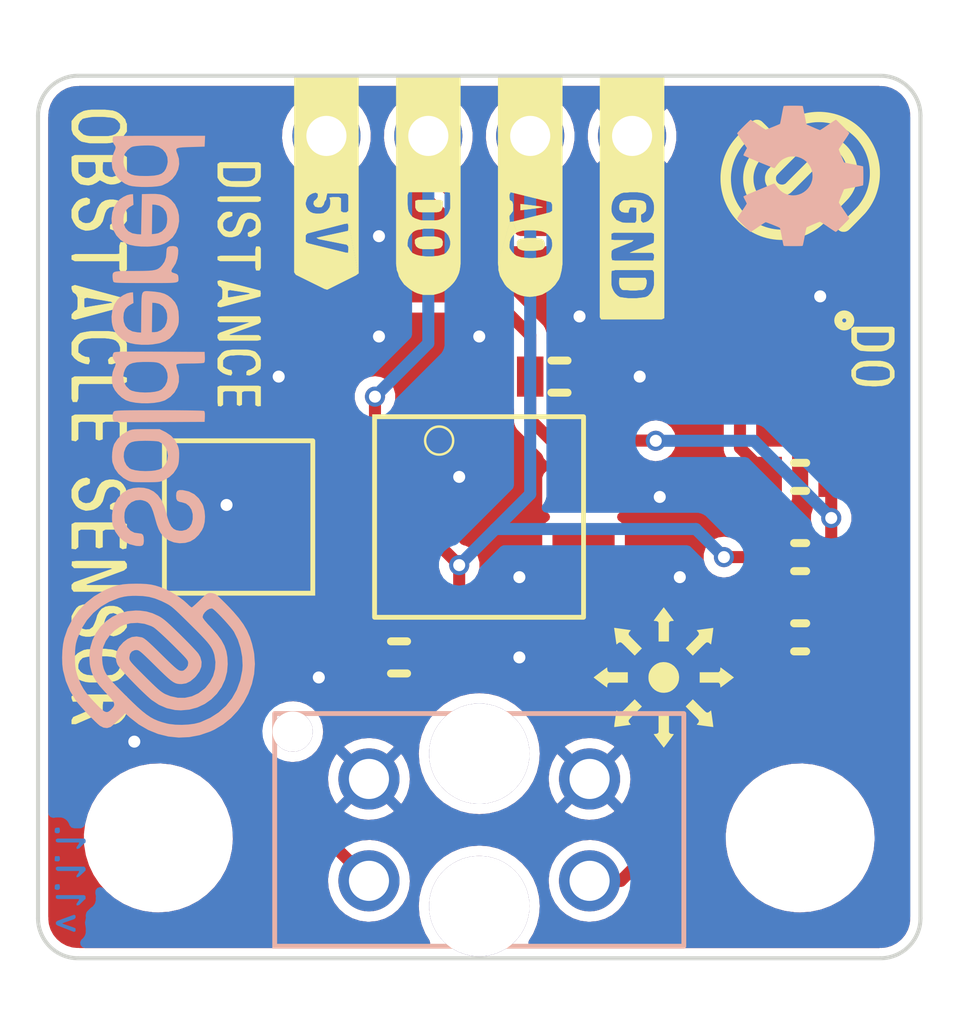
<source format=kicad_pcb>
(kicad_pcb (version 20210623) (generator pcbnew)
  (title_block (title "Obstacle sensor TCRT5000L") (date "2021-06-30") (rev "V1.1.1.") (company "SOLDERED") (comment 1 "333012"))
  (layers (0 "F.Cu" signal) (31 "B.Cu" signal) (34 "B.Paste" user) (35 "F.Paste" user) (36 "B.SilkS" user "B.Silkscreen") (37 "F.SilkS" user "F.Silkscreen") (38 "B.Mask" user) (39 "F.Mask" user) (44 "Edge.Cuts" user))
  (net 0 "")
  (net 1 "A0")
  (net 2 "GND")
  (net 3 "5V")
  (net 4 "Net-(D1-Pad1)")
  (net 5 "D0")
  (net 6 "Net-(R1-Pad1)")
  (net 7 "POT")
  (footprint "e-radionica.com footprinti:0603R" (layer "F.Cu") (at 109.2 119)
    (fp_text reference "R4")
    (fp_text value "10k")
    (pad "1" smd rect locked (at -0.775 0 90) (size 1 0.64) (layers "F.Cu" "F.Paste" "F.Mask") (net 5 "D0"))
    (pad "2" smd rect locked (at 0.775 0 90) (size 1 0.64) (layers "F.Cu" "F.Paste" "F.Mask") (net 3 "5V"))
  )
  (footprint "e-radionica.com footprinti:0603C" (layer "F.Cu") (at 99.2 123.5)
    (fp_text reference "C1")
    (fp_text value "100n")
    (pad "1" smd rect locked (at -0.73 0) (size 0.66 1) (layers "F.Cu" "F.Paste" "F.Mask") (net 2 "GND"))
    (pad "2" smd rect locked (at 0.73 0) (size 0.66 1) (layers "F.Cu" "F.Paste" "F.Mask") (net 1 "A0"))
  )
  (footprint "Soldered Graphics:Logo-Back-SolderedFULL-15mm" (layer "F.Cu") (at 93.2 118 -90)
    (fp_text reference "REF**" hide)
    (fp_text value "Logo-Front-SolderedFULL-15mm" hide)
  )
  (footprint "buzzardLabel" (layer "F.Cu") (at 99.93 108.6 -90)
    (fp_text reference "" (at 0 0 90) (layer "F.SilkS") (effects (font (size 1.27 1.27))))
    (fp_text value "" (at 0 0 90) (layer "F.SilkS") (effects (font (size 1.27 1.27))))
  )
  (footprint "e-radionica.com footprinti:0603R" (layer "F.Cu") (at 109.2 121)
    (fp_text reference "R3")
    (fp_text value "10k")
    (pad "1" smd rect locked (at -0.775 0 90) (size 1 0.64) (layers "F.Cu" "F.Paste" "F.Mask") (net 1 "A0"))
    (pad "2" smd rect locked (at 0.775 0 90) (size 1 0.64) (layers "F.Cu" "F.Paste" "F.Mask") (net 3 "5V"))
  )
  (footprint "buzzardLabel" (layer "F.Cu") (at 95.2 114.2 -90)
    (fp_text reference "" (at 0 0 90) (layer "F.SilkS") (effects (font (size 1.27 1.27))))
    (fp_text value "" (at 0 0 90) (layer "F.SilkS") (effects (font (size 1.27 1.27))))
  )
  (footprint "e-radionica.com footprinti:HOLE_3.2mm" (layer "F.Cu") (at 109.2 128 -90)
    (fp_text reference "H2" hide)
    (fp_text value "HOLE_3.2mm" hide)
    (pad "" np_thru_hole circle locked (at 0 0 270) (size 3.2 3.2) (drill 3.2) (layers F&B.Cu *.Mask))
  )
  (footprint "e-radionica.com footprinti:0402R" (layer "F.Cu") (at 107.7 116 90)
    (fp_text reference "R5")
    (fp_text value "2k2")
    (pad "1" smd rect locked (at -0.5 0 180) (size 0.64 0.54) (layers "F.Cu" "F.Paste" "F.Mask") (net 5 "D0"))
    (pad "2" smd rect locked (at 0.5 0 180) (size 0.64 0.54) (layers "F.Cu" "F.Paste" "F.Mask") (net 4 "Net-(D1-Pad1)"))
  )
  (footprint "buzzardLabel" (layer "F.Cu") (at 111 116 -90)
    (fp_text reference "" (at 0 0 90) (layer "F.SilkS") (effects (font (size 1.27 1.27))))
    (fp_text value "" (at 0 0 90) (layer "F.SilkS") (effects (font (size 1.27 1.27))))
  )
  (footprint "Soldered Graphics:Logo-Back-OSH-3.5mm" (layer "F.Cu") (at 109.2 111.5 -90)
    (fp_text reference "G***" hide)
    (fp_text value "LOGO" hide)
  )
  (footprint "e-radionica.com footprinti:FIDUCIAL_23" (layer "F.Cu") (at 93.9 124 -90)
    (fp_text reference "FD1")
    (fp_text value "FIDUCIAL")
    (fp_circle (center 0 0) (end 1 0) (layer "F.Cu") (width 0.2) (fill none))
    (pad "1" smd circle (at 0 0 270) (size 1 1) (layers "F.Cu" "F.Paste" "F.Mask") (clearance 1.1))
  )
  (footprint "e-radionica.com footprinti:tc33x-2-103e" (layer "F.Cu") (at 95.2 120 180)
    (fp_text reference "R2")
    (fp_text value "tc33x-2-103e")
    (pad "1" smd rect locked (at -1 1.8 180) (size 1.2 1.2) (layers "F.Cu" "F.Paste" "F.Mask") (net 3 "5V"))
    (pad "2" smd rect locked (at 0 -1.45 180) (size 1.6 1.5) (layers "F.Cu" "F.Paste" "F.Mask") (net 7 "POT"))
    (pad "3" smd rect locked (at 1 1.8 180) (size 1.2 1.2) (layers "F.Cu" "F.Paste" "F.Mask") (net 2 "GND"))
  )
  (footprint "buzzardLabel" (layer "F.Cu") (at 102.47 108.6 -90)
    (fp_text reference "" (at 0 0 90) (layer "F.SilkS") (effects (font (size 1.27 1.27))))
    (fp_text value "" (at 0 0 90) (layer "F.SilkS") (effects (font (size 1.27 1.27))))
  )
  (footprint "buzzardLabel" (layer "F.Cu") (at 105.01 108.6 -90)
    (fp_text reference "" (at 0 0 90) (layer "F.SilkS") (effects (font (size 1.27 1.27))))
    (fp_text value "" (at 0 0 90) (layer "F.SilkS") (effects (font (size 1.27 1.27))))
  )
  (footprint "e-radionica.com footprinti:0603R" (layer "F.Cu") (at 109.2 123)
    (fp_text reference "R1")
    (fp_text value "300R")
    (pad "1" smd rect locked (at -0.775 0 90) (size 1 0.64) (layers "F.Cu" "F.Paste" "F.Mask") (net 6 "Net-(R1-Pad1)"))
    (pad "2" smd rect locked (at 0.775 0 90) (size 1 0.64) (layers "F.Cu" "F.Paste" "F.Mask") (net 3 "5V"))
  )
  (footprint "e-radionica.com footprinti:HOLE_3.2mm" (layer "F.Cu") (at 93.2 128 -90)
    (fp_text reference "H1" hide)
    (fp_text value "HOLE_3.2mm" hide)
    (pad "" np_thru_hole circle locked (at 0 0 270) (size 3.2 3.2) (drill 3.2) (layers F&B.Cu *.Mask))
  )
  (footprint "buzzardLabel" (layer "F.Cu") (at 91.7 117.5 -90)
    (fp_text reference "" (at 0 0 90) (layer "F.SilkS") (effects (font (size 1.27 1.27))))
    (fp_text value "" (at 0 0 90) (layer "F.SilkS") (effects (font (size 1.27 1.27))))
  )
  (footprint "e-radionica.com footprinti:SOIC−8" (layer "F.Cu") (at 101.2 120)
    (fp_text reference "U2")
    (fp_text value "LM393")
    (pad "1" smd rect locked (at -2.7 -1.905) (size 1.55 0.6) (layers "F.Cu" "F.Paste" "F.Mask") (net 5 "D0"))
    (pad "2" smd rect locked (at -2.6 -0.635) (size 1.55 0.6) (layers "F.Cu" "F.Paste" "F.Mask") (net 7 "POT"))
    (pad "3" smd rect locked (at -2.6 0.635) (size 1.55 0.6) (layers "F.Cu" "F.Paste" "F.Mask") (net 1 "A0"))
    (pad "4" smd rect locked (at -2.6 1.905) (size 1.55 0.6) (layers "F.Cu" "F.Paste" "F.Mask") (net 2 "GND"))
    (pad "5" smd rect locked (at 2.6 1.905) (size 1.55 0.6) (layers "F.Cu" "F.Paste" "F.Mask"))
    (pad "6" smd rect locked (at 2.6 0.635) (size 1.55 0.6) (layers "F.Cu" "F.Paste" "F.Mask"))
    (pad "7" smd rect locked (at 2.6 -0.635) (size 1.55 0.6) (layers "F.Cu" "F.Paste" "F.Mask"))
    (pad "8" smd rect locked (at 2.6 -1.905) (size 1.55 0.6) (layers "F.Cu" "F.Paste" "F.Mask") (net 3 "5V"))
  )
  (footprint "Soldered Graphics:Logo-Front-Soldered-4mm" (layer "F.Cu") (at 109.2 111.5 -90)
    (fp_text reference "G***" hide)
    (fp_text value "LOGO" hide)
  )
  (footprint "e-radionica.com footprinti:0603C" (layer "F.Cu") (at 103.2 116.5 180)
    (fp_text reference "C2")
    (fp_text value "100n")
    (pad "1" smd rect locked (at -0.73 0 180) (size 0.66 1) (layers "F.Cu" "F.Paste" "F.Mask") (net 2 "GND"))
    (pad "2" smd rect locked (at 0.73 0 180) (size 0.66 1) (layers "F.Cu" "F.Paste" "F.Mask") (net 3 "5V"))
  )
  (footprint "Soldered Graphics:Symbol-Front-Movement" (layer "F.Cu") (at 105.8 124 -90)
    (fp_text reference "G***" hide)
    (fp_text value "LOGO" hide)
  )
  (footprint "buzzardLabel" (layer "F.Cu") (at 97.39 108.6 -90)
    (fp_text reference "" (at 0 0 90) (layer "F.SilkS") (effects (font (size 1.27 1.27))))
    (fp_text value "" (at 0 0 90) (layer "F.SilkS") (effects (font (size 1.27 1.27))))
  )
  (footprint "e-radionica.com footprinti:0402LED" (layer "F.Cu") (at 109.7 116 90)
    (fp_text reference "D1")
    (fp_text value "purple")
    (pad "1" smd rect locked (at -0.55 0 180) (size 0.75 0.45) (layers "F.Cu" "F.Paste" "F.Mask") (net 4 "Net-(D1-Pad1)"))
    (pad "2" smd rect locked (at 0.55 0 180) (size 0.75 0.45) (layers "F.Cu" "F.Paste" "F.Mask") (net 2 "GND"))
  )
  (footprint "e-radionica.com footprinti:TCRT5000L" (layer "B.Cu") (at 101.2 127.8)
    (fp_text reference "U1")
    (fp_text value "tcrt5000L")
    (pad "" thru_hole circle (at 0 1.9) (size 2.5 2.5) (drill 2.5) (layers *.Cu *.Mask))
    (pad "" thru_hole circle (at -4.65 -2.45) (size 1 1) (drill 1) (layers *.Cu *.Mask))
    (pad "" thru_hole circle (at 0 -1.9) (size 2.5 2.5) (drill 2.5) (layers *.Cu *.Mask))
    (pad "A" thru_hole circle (at 2.75 1.27) (size 1.524 1.524) (drill 1) (layers *.Cu *.Mask) (net 6 "Net-(R1-Pad1)"))
    (pad "Cath" thru_hole circle (at 2.75 -1.27) (size 1.524 1.524) (drill 1) (layers *.Cu *.Mask) (net 2 "GND"))
    (pad "Coll" thru_hole circle (at -2.75 1.27) (size 1.524 1.524) (drill 1) (layers *.Cu *.Mask) (net 1 "A0"))
    (pad "E" thru_hole circle (at -2.75 -1.27) (size 1.524 1.524) (drill 1) (layers *.Cu *.Mask) (net 2 "GND"))
  )
  (footprint "Soldered Graphics:Version1.1.1." (layer "B.Cu") (at 91 129 90)
    (fp_text reference "REF**" hide)
    (fp_text value "Version1.1.1." hide)
    (fp_poly (pts (xy 1.14 -0.38) (xy 1.19 -0.38) (xy 1.24 -0.37) (xy 1.25 -0.33) (xy 1.25 -0.27) (xy 1.2 -0.26) (xy 1.15 -0.26) (xy 1.12 -0.29) (xy 1.12 -0.34) (xy 1.14 -0.38)) (layer "B.Cu") (width 0.01) (fill solid))
    (fp_poly (pts (xy 0.21 -0.35) (xy 0.26 -0.35) (xy 0.28 -0.31) (xy 0.28 0.35) (xy 0.24 0.38) (xy 0.19 0.38) (xy 0.15 0.34) (xy 0.04 0.22) (xy 0.02 0.17) (xy 0.05 0.16) (xy 0.14 0.22) (xy 0.18 0.23) (xy 0.18 -0.31) (xy 0.21 -0.35)) (layer "B.Cu") (width 0.01) (fill solid))
    (fp_poly (pts (xy -1.15 -0.35) (xy -1.1 -0.35) (xy -1.07 -0.31) (xy -0.92 0.1) (xy -0.94 0.13) (xy -0.99 0.13) (xy -1.02 0.1) (xy -1.11 -0.16) (xy -1.13 -0.21) (xy -1.15 -0.17) (xy -1.24 0.09) (xy -1.26 0.13) (xy -1.32 0.13) (xy -1.34 0.1) (xy -1.18 -0.31) (xy -1.15 -0.35)) (layer "B.Cu") (width 0.01) (fill solid))
    (fp_poly (pts (xy 0.91 -0.35) (xy 0.96 -0.35) (xy 0.98 -0.31) (xy 0.98 0.35) (xy 0.95 0.38) (xy 0.89 0.38) (xy 0.86 0.34) (xy 0.74 0.22) (xy 0.73 0.17) (xy 0.76 0.16) (xy 0.85 0.22) (xy 0.89 0.23) (xy 0.89 -0.31) (xy 0.91 -0.35)) (layer "B.Cu") (width 0.01) (fill solid))
    (fp_poly (pts (xy 0.43 -0.38) (xy 0.48 -0.38) (xy 0.54 -0.37) (xy 0.54 -0.33) (xy 0.54 -0.27) (xy 0.5 -0.26) (xy 0.45 -0.26) (xy 0.42 -0.29) (xy 0.42 -0.34) (xy 0.43 -0.38)) (layer "B.Cu") (width 0.01) (fill solid))
    (fp_poly (pts (xy -0.27 -0.38) (xy -0.22 -0.38) (xy -0.17 -0.37) (xy -0.16 -0.33) (xy -0.16 -0.27) (xy -0.21 -0.26) (xy -0.26 -0.26) (xy -0.29 -0.29) (xy -0.29 -0.34) (xy -0.27 -0.38)) (layer "B.Cu") (width 0.01) (fill solid))
    (fp_poly (pts (xy -0.5 -0.35) (xy -0.44 -0.35) (xy -0.43 -0.31) (xy -0.43 0.35) (xy -0.46 0.38) (xy -0.52 0.38) (xy -0.55 0.34) (xy -0.67 0.22) (xy -0.68 0.17) (xy -0.65 0.16) (xy -0.56 0.22) (xy -0.52 0.23) (xy -0.52 -0.31) (xy -0.5 -0.35)) (layer "B.Cu") (width 0.01) (fill solid))
  )
  (footprint "e-radionica.com footprinti:HEADER_MALE_4X1" (layer "B.Cu") (at 101.2 110.5 180)
    (fp_text reference "K1")
    (fp_text value "HEADER_MALE_4X1")
    (pad "1" thru_hole circle locked (at -3.81 0 180) (size 1.7 1.7) (drill 1) (layers *.Cu *.Mask) (net 2 "GND"))
    (pad "2" thru_hole circle locked (at -1.27 0 180) (size 1.7 1.7) (drill 1) (layers *.Cu *.Mask) (net 1 "A0"))
    (pad "3" thru_hole circle locked (at 1.27 0 180) (size 1.7 1.7) (drill 1) (layers *.Cu *.Mask) (net 5 "D0"))
    (pad "4" thru_hole circle locked (at 3.81 0 180) (size 1.7 1.7) (drill 1) (layers *.Cu *.Mask) (net 3 "5V"))
  )
  (gr_arc (start 111.2 110) (end 112.2 110) (angle -90) (layer "Edge.Cuts") (width 0.1))
  (gr_arc (start 91.2 130) (end 90.2 130) (angle -90) (layer "Edge.Cuts") (width 0.1))
  (gr_line (start 112.2 130) (end 112.2 110) (layer "Edge.Cuts") (width 0.1))
  (gr_line (start 90.2 110) (end 90.2 130) (layer "Edge.Cuts") (width 0.1))
  (gr_arc (start 111.2 130) (end 112.2 130) (angle 90) (layer "Edge.Cuts") (width 0.1))
  (gr_arc (start 91.2 110) (end 90.2 110) (angle 90) (layer "Edge.Cuts") (width 0.1))
  (gr_line (start 91.2 131) (end 111.2 131) (layer "Edge.Cuts") (width 0.1))
  (gr_line (start 111.2 109) (end 91.2 109) (layer "Edge.Cuts") (width 0.1))
  (segment (start 100.7 121.2) (end 100.1 120.6) (width 0.3) (layer "F.Cu") (net 1))
  (segment (start 100.7 121.2) (end 100.7 122.73) (width 0.3) (layer "F.Cu") (net 1))
  (segment (start 98.45 129.07) (end 95.3 125.92) (width 0.3) (layer "F.Cu") (net 1))
  (segment (start 95.3 125.92) (end 95.3 125.074183) (width 0.3) (layer "F.Cu") (net 1))
  (segment (start 95.649511 124.724672) (end 95.649511 123.750489) (width 0.3) (layer "F.Cu") (net 1))
  (segment (start 98.635 120.6) (end 98.6 120.635) (width 0.3) (layer "F.Cu") (net 1))
  (segment (start 100.1 120.6) (end 98.635 120.6) (width 0.3) (layer "F.Cu") (net 1))
  (segment (start 96.8 122.6) (end 96.8 121.3) (width 0.3) (layer "F.Cu") (net 1))
  (segment (start 96.8 121.3) (end 97.465 120.635) (width 0.3) (layer "F.Cu") (net 1))
  (segment (start 107.3 121) (end 108.425 121) (width 0.3) (layer "F.Cu") (net 1))
  (segment (start 95.649511 123.750489) (end 96.8 122.6) (width 0.3) (layer "F.Cu") (net 1))
  (segment (start 95.3 125.074183) (end 95.649511 124.724672) (width 0.3) (layer "F.Cu") (net 1))
  (segment (start 100.7 122.73) (end 99.93 123.5) (width 0.3) (layer "F.Cu") (net 1))
  (segment (start 97.465 120.635) (end 98.6 120.635) (width 0.3) (layer "F.Cu") (net 1))
  (via (at 107.3 121) (size 0.5) (drill 0.3) (layers "F.Cu" "B.Cu") (net 1))
  (via (at 100.7 121.2) (size 0.5) (drill 0.3) (layers "F.Cu" "B.Cu") (net 1))
  (segment (start 102.47 119.43) (end 102.47 110.5) (width 0.3) (layer "B.Cu") (net 1))
  (segment (start 101.6 120.3) (end 106.6 120.3) (width 0.3) (layer "B.Cu") (net 1))
  (segment (start 100.7 121.2) (end 101.6 120.3) (width 0.3) (layer "B.Cu") (net 1))
  (segment (start 106.6 120.3) (end 107.3 121) (width 0.3) (layer "B.Cu") (net 1))
  (segment (start 101.6 120.3) (end 102.47 119.43) (width 0.3) (layer "B.Cu") (net 1))
  (via (at 101.2 115.5) (size 0.5) (drill 0.3) (layers "F.Cu" "B.Cu") (net 2))
  (via (at 109.7 114.5) (size 0.5) (drill 0.3) (layers "F.Cu" "B.Cu") (net 2))
  (via (at 97.2 124) (size 0.5) (drill 0.3) (layers "F.Cu" "B.Cu") (net 2))
  (via (at 100.7 119) (size 0.5) (drill 0.3) (layers "F.Cu" "B.Cu") (net 2))
  (via (at 102.2 123.5) (size 0.5) (drill 0.3) (layers "F.Cu" "B.Cu") (net 2))
  (via (at 96.2 116.5) (size 0.5) (drill 0.3) (layers "F.Cu" "B.Cu") (net 2))
  (via (at 102.2 121.5) (size 0.5) (drill 0.3) (layers "F.Cu" "B.Cu") (net 2))
  (via (at 98.7 113) (size 0.5) (drill 0.3) (layers "F.Cu" "B.Cu") (net 2))
  (via (at 106.2 121.5) (size 0.5) (drill 0.3) (layers "F.Cu" "B.Cu") (net 2))
  (via (at 98.7 115.5) (size 0.5) (drill 0.3) (layers "F.Cu" "B.Cu") (net 2))
  (via (at 92.6 125.6) (size 0.5) (drill 0.3) (layers "F.Cu" "B.Cu") (net 2))
  (via (at 103.7 115) (size 0.5) (drill 0.3) (layers "F.Cu" "B.Cu") (net 2))
  (via (at 105.2 116.5) (size 0.5) (drill 0.3) (layers "F.Cu" "B.Cu") (net 2))
  (via (at 105.7 119.5) (size 0.5) (drill 0.3) (layers "F.Cu" "B.Cu") (net 2))
  (via (at 94.9 119.7) (size 0.5) (drill 0.3) (layers "F.Cu" "B.Cu") (net 2))
  (segment (start 103.8 118.095) (end 105.595 118.095) (width 0.3) (layer "F.Cu") (net 3))
  (segment (start 105.595 118.095) (end 105.6 118.1) (width 0.3) (layer "F.Cu") (net 3))
  (segment (start 98.08 114.5) (end 97.39 113.81) (width 0.3) (layer "F.Cu") (net 3))
  (segment (start 103.795 118.1) (end 103.8 118.095) (width 0.3) (layer "F.Cu") (net 3))
  (segment (start 102.47 116.5) (end 102.47 117.57) (width 0.3) (layer "F.Cu") (net 3))
  (segment (start 109.975 121) (end 109.975 123) (width 0.3) (layer "F.Cu") (net 3))
  (segment (start 109.975 119) (end 109.975 120.025) (width 0.3) (layer "F.Cu") (net 3))
  (segment (start 109.975 120.025) (end 109.975 121) (width 0.3) (layer "F.Cu") (net 3))
  (segment (start 97.39 113.81) (end 97.39 117.01) (width 0.3) (layer "F.Cu") (net 3))
  (segment (start 102.47 115.47) (end 101.5 114.5) (width 0.3) (layer "F.Cu") (net 3))
  (segment (start 102.47 117.57) (end 103 118.1) (width 0.3) (layer "F.Cu") (net 3))
  (segment (start 97.39 110.5) (end 97.39 113.81) (width 0.3) (layer "F.Cu") (net 3))
  (segment (start 103 118.1) (end 103.795 118.1) (width 0.3) (layer "F.Cu") (net 3))
  (segment (start 102.47 116.5) (end 102.47 115.47) (width 0.3) (layer "F.Cu") (net 3))
  (segment (start 101.5 114.5) (end 98.08 114.5) (width 0.3) (layer "F.Cu") (net 3))
  (segment (start 97.39 117.01) (end 96.2 118.2) (width 0.3) (layer "F.Cu") (net 3))
  (via (at 109.975 120.025) (size 0.5) (drill 0.3) (layers "F.Cu" "B.Cu") (net 3))
  (via (at 105.6 118.1) (size 0.5) (drill 0.3) (layers "F.Cu" "B.Cu") (net 3))
  (segment (start 108.05 118.1) (end 109.975 120.025) (width 0.3) (layer "B.Cu") (net 3))
  (segment (start 105.6 118.1) (end 108.05 118.1) (width 0.3) (layer "B.Cu") (net 3))
  (segment (start 107.7 115.5) (end 108.3 115.5) (width 0.3) (layer "F.Cu") (net 4))
  (segment (start 108.3 115.5) (end 109.35 116.55) (width 0.3) (layer "F.Cu") (net 4))
  (segment (start 109.35 116.55) (end 109.7 116.55) (width 0.3) (layer "F.Cu") (net 4))
  (segment (start 102 113.4) (end 103.5 113.4) (width 0.3) (layer "F.Cu") (net 5))
  (segment (start 99.93 111.33) (end 102 113.4) (width 0.3) (layer "F.Cu") (net 5))
  (segment (start 107.7 118.275) (end 108.425 119) (width 0.3) (layer "F.Cu") (net 5))
  (segment (start 98.6 117.995) (end 98.5 118.095) (width 0.3) (layer "F.Cu") (net 5))
  (segment (start 98.6 117) (end 98.6 117.995) (width 0.3) (layer "F.Cu") (net 5))
  (segment (start 99.93 110.5) (end 99.93 111.33) (width 0.3) (layer "F.Cu") (net 5))
  (segment (start 103.5 113.4) (end 106.6 116.5) (width 0.3) (layer "F.Cu") (net 5))
  (segment (start 106.6 116.5) (end 107.7 116.5) (width 0.3) (layer "F.Cu") (net 5))
  (segment (start 107.7 116.5) (end 107.7 118.275) (width 0.3) (layer "F.Cu") (net 5))
  (via (at 98.6 117) (size 0.5) (drill 0.3) (layers "F.Cu" "B.Cu") (net 5))
  (segment (start 99.93 110.5) (end 99.93 115.67) (width 0.3) (layer "B.Cu") (net 5))
  (segment (start 99.93 115.67) (end 98.6 117) (width 0.3) (layer "B.Cu") (net 5))
  (segment (start 103.95 129.07) (end 104.73 129.07) (width 0.3) (layer "F.Cu") (net 6))
  (segment (start 106.2 125.2) (end 108.4 123) (width 0.3) (layer "F.Cu") (net 6))
  (segment (start 106.2 127.6) (end 106.2 125.2) (width 0.3) (layer "F.Cu") (net 6))
  (segment (start 104.73 129.07) (end 106.2 127.6) (width 0.3) (layer "F.Cu") (net 6))
  (segment (start 108.4 123) (end 108.425 123) (width 0.3) (layer "F.Cu") (net 6))
  (segment (start 98.6 119.365) (end 97.235 119.365) (width 0.3) (layer "F.Cu") (net 7))
  (segment (start 97.235 119.365) (end 95.05 121.55) (width 0.3) (layer "F.Cu") (net 7))
  (zone (net 2) (net_name "GND") (layers F&B.Cu) (connect_pads (clearance 0.254)) (min_thickness 0.254) (fill yes (thermal_gap 0.254) (thermal_bridge_width 0.254))
    (polygon (pts (xy 90.2 131) (xy 90.2 109) (xy 112.2 109) (xy 112.2 131)))
  )
)
</source>
